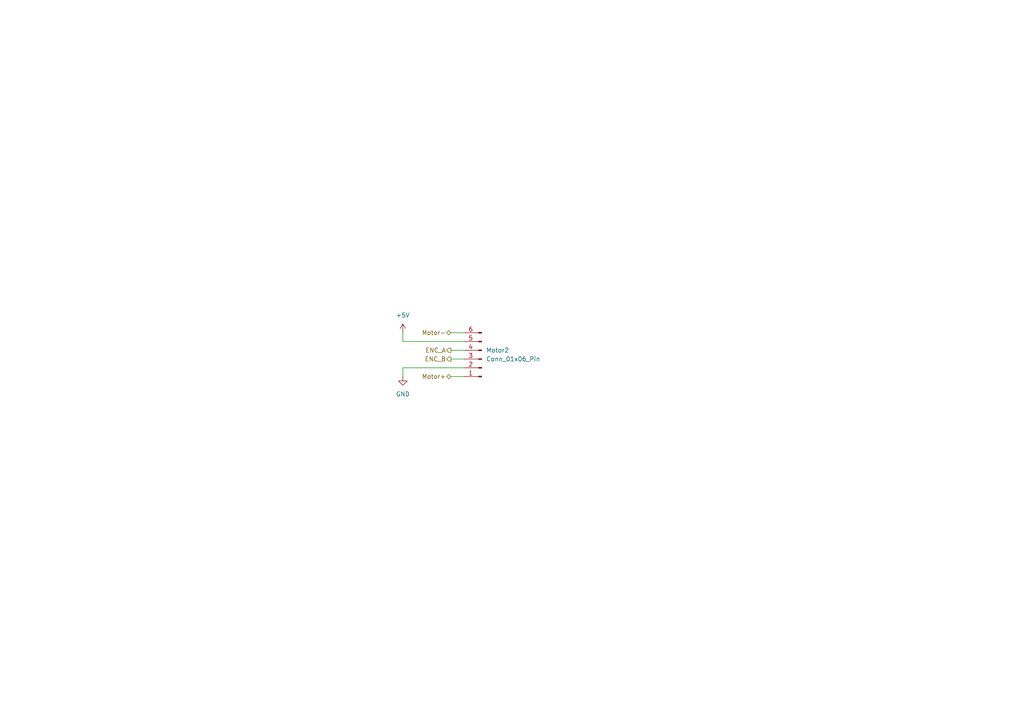
<source format=kicad_sch>
(kicad_sch (version 20250114) (generator "eeschema") (generator_version "9.0")
  (paper "A4")
  (lib_symbols
    (symbol "Connector:Conn_01x06_Pin" (pin_names (offset 1.016) (hide yes))
      (property "Reference" "J" (at 0 7.62 0))
      (property "Value" "Conn_01x06_Pin" (at 0 -10.16 0))
      (symbol "Conn_01x06_Pin_1_1"
        (rectangle (start 0.8636 5.207) (end 0 4.953) (stroke (width 0.1524)) (fill (type outline)))
        (rectangle (start 0.8636 2.667) (end 0 2.413) (stroke (width 0.1524)) (fill (type outline)))
        (rectangle (start 0.8636 0.127) (end 0 -0.127) (stroke (width 0.1524)) (fill (type outline)))
        (rectangle (start 0.8636 -2.413) (end 0 -2.667) (stroke (width 0.1524)) (fill (type outline)))
        (rectangle (start 0.8636 -4.953) (end 0 -5.207) (stroke (width 0.1524)) (fill (type outline)))
        (rectangle (start 0.8636 -7.493) (end 0 -7.747) (stroke (width 0.1524)) (fill (type outline)))
        (polyline (pts (xy 1.27 5.08) (xy 0.8636 5.08)) (stroke (width 0.1524)))
        (polyline (pts (xy 1.27 2.54) (xy 0.8636 2.54)) (stroke (width 0.1524)))
        (polyline (pts (xy 1.27 0) (xy 0.8636 0)) (stroke (width 0.1524)))
        (polyline (pts (xy 1.27 -2.54) (xy 0.8636 -2.54)) (stroke (width 0.1524)))
        (polyline (pts (xy 1.27 -5.08) (xy 0.8636 -5.08)) (stroke (width 0.1524)))
        (polyline (pts (xy 1.27 -7.62) (xy 0.8636 -7.62)) (stroke (width 0.1524)))
        (pin passive line (at 5.08 5.08 180) (length 3.81) (name "Pin_1") (number "1"))
        (pin passive line (at 5.08 2.54 180) (length 3.81) (name "Pin_2") (number "2"))
        (pin passive line (at 5.08 0 180) (length 3.81) (name "Pin_3") (number "3"))
        (pin passive line (at 5.08 -2.54 180) (length 3.81) (name "Pin_4") (number "4"))
        (pin passive line (at 5.08 -5.08 180) (length 3.81) (name "Pin_5") (number "5"))
        (pin passive line (at 5.08 -7.62 180) (length 3.81) (name "Pin_6") (number "6"))
      )
    )
    (symbol "power:+5V" (power) (pin_numbers (hide yes)) (pin_names (offset 0) (hide yes))
      (property "Value" "+5V" (at 0 3.556 0))
      (symbol "+5V_0_1"
        (polyline (pts (xy -0.762 1.27) (xy 0 2.54)))
        (polyline (pts (xy 0 2.54) (xy 0.762 1.27)))
        (polyline (pts (xy 0 0) (xy 0 2.54)))
      )
      (symbol "+5V_1_1"
        (pin power_in line (at 0 0 90) (length 0) (name "~") (number "1"))
      )
    )
    (symbol "power:GND" (power) (pin_numbers (hide yes)) (pin_names (offset 0) (hide yes))
      (property "Value" "GND" (at 0 -3.81 0))
      (symbol "GND_0_1"
        (polyline (pts (xy 0 0) (xy 0 -1.27) (xy 1.27 -1.27) (xy 0 -2.54) (xy -1.27 -1.27) (xy 0 -1.27)))
      )
      (symbol "GND_1_1"
        (pin power_in line (at 0 0 270) (length 0) (name "~") (number "1"))
      )
    )
  )
  (wire (pts (xy 116.84 106.68) (xy 134.62 106.68)))
  (wire (pts (xy 130.81 96.52) (xy 134.62 96.52)))
  (wire (pts (xy 130.81 109.22) (xy 134.62 109.22)))
  (wire (pts (xy 130.81 104.14) (xy 134.62 104.14)))
  (wire (pts (xy 130.81 101.6) (xy 134.62 101.6)))
  (wire (pts (xy 116.84 109.22) (xy 116.84 106.68)))
  (wire (pts (xy 116.84 99.06) (xy 134.62 99.06)))
  (wire (pts (xy 116.84 96.52) (xy 116.84 99.06)))
  (hierarchical_label "ENC_A" (shape output) (at 130.81 101.6 180))
  (hierarchical_label "Motor-" (shape bidirectional) (at 130.81 96.52 180))
  (hierarchical_label "Motor+" (shape bidirectional) (at 130.81 109.22 180))
  (hierarchical_label "ENC_B" (shape output) (at 130.81 104.14 180))
  (symbol (lib_id "power:GND") (at 116.84 109.22 0) (unit 1)
    (property "Reference" "#PWR022" (effects (hide yes)))
    (property "Value" "GND" (at 116.84 114.3 0))
    (property "Description" "Power symbol creates a global label with name \"GND\" , ground" (effects (hide yes)))
    (instances (project "MainPlatine" (path "" (reference "#PWR023") (unit 1)) (path "" (reference "#PWR022") (unit 1)) (path "" (reference "#PWR027") (unit 1)) (path "" (reference "#PWR025") (unit 1))))
  )
  (symbol (lib_id "power:+5V") (at 116.84 96.52 0) (unit 1)
    (property "Reference" "#PWR020" (effects (hide yes)))
    (property "Value" "+5V" (at 116.84 91.44 0))
    (property "Description" "Power symbol creates a global label with name \"+5V\"" (effects (hide yes)))
    (instances (project "MainPlatine" (path "" (reference "#PWR021") (unit 1)) (path "" (reference "#PWR020") (unit 1)) (path "" (reference "#PWR026") (unit 1)) (path "" (reference "#PWR024") (unit 1))))
  )
  (symbol (lib_id "Connector:Conn_01x06_Pin") (at 139.7 104.14 180) (unit 1)
    (property "Reference" "Motor1" (at 140.97 101.5999 0) (effects (justify right)))
    (property "Value" "Conn_01x06_Pin" (at 140.97 104.1399 0) (effects (justify right)))
    (property "Footprint" "JST:JST-XH-06-PACKAGE-LONG-PAD" (effects (hide yes)))
    (property "Description" "Generic connector, single row, 01x06, script generated" (effects (hide yes)))
    (instances (project "MainPlatine" (path "" (reference "Motor2") (unit 1)) (path "" (reference "Motor1") (unit 1)) (path "" (reference "Motor4") (unit 1)) (path "" (reference "Motor3") (unit 1))))
  )
)
</source>
